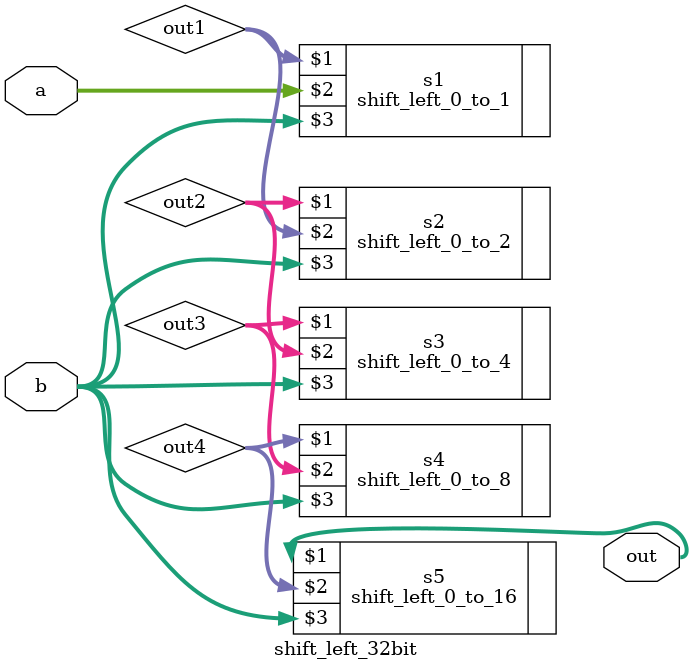
<source format=v>
module shift_left_32bit(out,a,b);
input [31:0]a;
input [31:0]b;
output [31:0] out;
wire [31:0] out1;
wire [31:0] out2;
wire [31:0] out3;
wire [31:0] out4;

shift_left_0_to_1 s1(out1,a,b);
shift_left_0_to_2 s2(out2,out1,b);
shift_left_0_to_4 s3(out3,out2,b);
shift_left_0_to_8 s4(out4,out3,b);
shift_left_0_to_16 s5(out,out4,b);

endmodule

</source>
